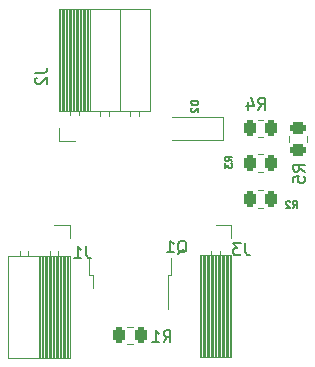
<source format=gbo>
G04 #@! TF.GenerationSoftware,KiCad,Pcbnew,(6.0.9)*
G04 #@! TF.CreationDate,2023-01-18T17:10:32+01:00*
G04 #@! TF.ProjectId,buck,6275636b-2e6b-4696-9361-645f70636258,rev?*
G04 #@! TF.SameCoordinates,Original*
G04 #@! TF.FileFunction,Legend,Bot*
G04 #@! TF.FilePolarity,Positive*
%FSLAX46Y46*%
G04 Gerber Fmt 4.6, Leading zero omitted, Abs format (unit mm)*
G04 Created by KiCad (PCBNEW (6.0.9)) date 2023-01-18 17:10:32*
%MOMM*%
%LPD*%
G01*
G04 APERTURE LIST*
G04 Aperture macros list*
%AMRoundRect*
0 Rectangle with rounded corners*
0 $1 Rounding radius*
0 $2 $3 $4 $5 $6 $7 $8 $9 X,Y pos of 4 corners*
0 Add a 4 corners polygon primitive as box body*
4,1,4,$2,$3,$4,$5,$6,$7,$8,$9,$2,$3,0*
0 Add four circle primitives for the rounded corners*
1,1,$1+$1,$2,$3*
1,1,$1+$1,$4,$5*
1,1,$1+$1,$6,$7*
1,1,$1+$1,$8,$9*
0 Add four rect primitives between the rounded corners*
20,1,$1+$1,$2,$3,$4,$5,0*
20,1,$1+$1,$4,$5,$6,$7,0*
20,1,$1+$1,$6,$7,$8,$9,0*
20,1,$1+$1,$8,$9,$2,$3,0*%
G04 Aperture macros list end*
%ADD10C,0.150000*%
%ADD11C,0.120000*%
%ADD12C,5.400000*%
%ADD13R,1.800000X1.275000*%
%ADD14O,1.800000X1.275000*%
%ADD15R,1.200000X2.200000*%
%ADD16R,5.800000X6.400000*%
%ADD17R,1.700000X1.700000*%
%ADD18O,1.700000X1.700000*%
%ADD19RoundRect,0.250000X0.262500X0.450000X-0.262500X0.450000X-0.262500X-0.450000X0.262500X-0.450000X0*%
%ADD20RoundRect,0.250000X-0.262500X-0.450000X0.262500X-0.450000X0.262500X0.450000X-0.262500X0.450000X0*%
%ADD21RoundRect,0.250000X-0.450000X0.262500X-0.450000X-0.262500X0.450000X-0.262500X0.450000X0.262500X0*%
%ADD22R,1.300000X1.700000*%
G04 APERTURE END LIST*
D10*
X140937238Y-102552619D02*
X141032476Y-102505000D01*
X141127714Y-102409761D01*
X141270571Y-102266904D01*
X141365809Y-102219285D01*
X141461047Y-102219285D01*
X141413428Y-102457380D02*
X141508666Y-102409761D01*
X141603904Y-102314523D01*
X141651523Y-102124047D01*
X141651523Y-101790714D01*
X141603904Y-101600238D01*
X141508666Y-101505000D01*
X141413428Y-101457380D01*
X141222952Y-101457380D01*
X141127714Y-101505000D01*
X141032476Y-101600238D01*
X140984857Y-101790714D01*
X140984857Y-102124047D01*
X141032476Y-102314523D01*
X141127714Y-102409761D01*
X141222952Y-102457380D01*
X141413428Y-102457380D01*
X140032476Y-102457380D02*
X140603904Y-102457380D01*
X140318190Y-102457380D02*
X140318190Y-101457380D01*
X140413428Y-101600238D01*
X140508666Y-101695476D01*
X140603904Y-101743095D01*
X133175333Y-101941380D02*
X133175333Y-102655666D01*
X133222952Y-102798523D01*
X133318190Y-102893761D01*
X133461047Y-102941380D01*
X133556285Y-102941380D01*
X132175333Y-102941380D02*
X132746761Y-102941380D01*
X132461047Y-102941380D02*
X132461047Y-101941380D01*
X132556285Y-102084238D01*
X132651523Y-102179476D01*
X132746761Y-102227095D01*
X145547938Y-94713604D02*
X145262224Y-94513604D01*
X145547938Y-94370746D02*
X144947938Y-94370746D01*
X144947938Y-94599318D01*
X144976510Y-94656461D01*
X145005081Y-94685032D01*
X145062224Y-94713604D01*
X145147938Y-94713604D01*
X145205081Y-94685032D01*
X145233652Y-94656461D01*
X145262224Y-94599318D01*
X145262224Y-94370746D01*
X144947938Y-94913604D02*
X144947938Y-95285032D01*
X145176510Y-95085032D01*
X145176510Y-95170746D01*
X145205081Y-95227889D01*
X145233652Y-95256461D01*
X145290795Y-95285032D01*
X145433652Y-95285032D01*
X145490795Y-95256461D01*
X145519367Y-95227889D01*
X145547938Y-95170746D01*
X145547938Y-94999318D01*
X145519367Y-94942175D01*
X145490795Y-94913604D01*
X147740666Y-90368380D02*
X148074000Y-89892190D01*
X148312095Y-90368380D02*
X148312095Y-89368380D01*
X147931142Y-89368380D01*
X147835904Y-89416000D01*
X147788285Y-89463619D01*
X147740666Y-89558857D01*
X147740666Y-89701714D01*
X147788285Y-89796952D01*
X147835904Y-89844571D01*
X147931142Y-89892190D01*
X148312095Y-89892190D01*
X146883523Y-89701714D02*
X146883523Y-90368380D01*
X147121619Y-89320761D02*
X147359714Y-90035047D01*
X146740666Y-90035047D01*
X151709380Y-95605417D02*
X151233190Y-95272084D01*
X151709380Y-95033988D02*
X150709380Y-95033988D01*
X150709380Y-95414941D01*
X150757000Y-95510179D01*
X150804619Y-95557798D01*
X150899857Y-95605417D01*
X151042714Y-95605417D01*
X151137952Y-95557798D01*
X151185571Y-95510179D01*
X151233190Y-95414941D01*
X151233190Y-95033988D01*
X150709380Y-96510179D02*
X150709380Y-96033988D01*
X151185571Y-95986369D01*
X151137952Y-96033988D01*
X151090333Y-96129226D01*
X151090333Y-96367322D01*
X151137952Y-96462560D01*
X151185571Y-96510179D01*
X151280809Y-96557798D01*
X151518904Y-96557798D01*
X151614142Y-96510179D01*
X151661761Y-96462560D01*
X151709380Y-96367322D01*
X151709380Y-96129226D01*
X151661761Y-96033988D01*
X151614142Y-95986369D01*
X146637333Y-101687380D02*
X146637333Y-102401666D01*
X146684952Y-102544523D01*
X146780190Y-102639761D01*
X146923047Y-102687380D01*
X147018285Y-102687380D01*
X146256380Y-101687380D02*
X145637333Y-101687380D01*
X145970666Y-102068333D01*
X145827809Y-102068333D01*
X145732571Y-102115952D01*
X145684952Y-102163571D01*
X145637333Y-102258809D01*
X145637333Y-102496904D01*
X145684952Y-102592142D01*
X145732571Y-102639761D01*
X145827809Y-102687380D01*
X146113523Y-102687380D01*
X146208761Y-102639761D01*
X146256380Y-102592142D01*
X150671829Y-98688584D02*
X150871829Y-98402870D01*
X151014686Y-98688584D02*
X151014686Y-98088584D01*
X150786114Y-98088584D01*
X150728971Y-98117156D01*
X150700400Y-98145727D01*
X150671829Y-98202870D01*
X150671829Y-98288584D01*
X150700400Y-98345727D01*
X150728971Y-98374298D01*
X150786114Y-98402870D01*
X151014686Y-98402870D01*
X150443257Y-98145727D02*
X150414686Y-98117156D01*
X150357543Y-98088584D01*
X150214686Y-98088584D01*
X150157543Y-98117156D01*
X150128971Y-98145727D01*
X150100400Y-98202870D01*
X150100400Y-98260013D01*
X150128971Y-98345727D01*
X150471829Y-98688584D01*
X150100400Y-98688584D01*
X139739666Y-110053380D02*
X140073000Y-109577190D01*
X140311095Y-110053380D02*
X140311095Y-109053380D01*
X139930142Y-109053380D01*
X139834904Y-109101000D01*
X139787285Y-109148619D01*
X139739666Y-109243857D01*
X139739666Y-109386714D01*
X139787285Y-109481952D01*
X139834904Y-109529571D01*
X139930142Y-109577190D01*
X140311095Y-109577190D01*
X138787285Y-110053380D02*
X139358714Y-110053380D01*
X139073000Y-110053380D02*
X139073000Y-109053380D01*
X139168238Y-109196238D01*
X139263476Y-109291476D01*
X139358714Y-109339095D01*
X128889380Y-87234666D02*
X129603666Y-87234666D01*
X129746523Y-87187047D01*
X129841761Y-87091809D01*
X129889380Y-86948952D01*
X129889380Y-86853714D01*
X128984619Y-87663238D02*
X128937000Y-87710857D01*
X128889380Y-87806095D01*
X128889380Y-88044190D01*
X128937000Y-88139428D01*
X128984619Y-88187047D01*
X129079857Y-88234666D01*
X129175095Y-88234666D01*
X129317952Y-88187047D01*
X129889380Y-87615619D01*
X129889380Y-88234666D01*
X142685458Y-89665969D02*
X142085458Y-89665969D01*
X142085458Y-89808827D01*
X142114030Y-89894541D01*
X142171172Y-89951684D01*
X142228315Y-89980255D01*
X142342601Y-90008827D01*
X142428315Y-90008827D01*
X142542601Y-89980255D01*
X142599744Y-89951684D01*
X142656887Y-89894541D01*
X142685458Y-89808827D01*
X142685458Y-89665969D01*
X142142601Y-90237398D02*
X142114030Y-90265969D01*
X142085458Y-90323112D01*
X142085458Y-90465969D01*
X142114030Y-90523112D01*
X142142601Y-90551684D01*
X142199744Y-90580255D01*
X142256887Y-90580255D01*
X142342601Y-90551684D01*
X142685458Y-90208827D01*
X142685458Y-90580255D01*
D11*
X133456000Y-102892000D02*
X133456000Y-104392000D01*
X133456000Y-104392000D02*
X133726000Y-104392000D01*
X140356000Y-102892000D02*
X140356000Y-104392000D01*
X140086000Y-104392000D02*
X140086000Y-107222000D01*
X133726000Y-104392000D02*
X133726000Y-105492000D01*
X140356000Y-104392000D02*
X140086000Y-104392000D01*
X128279000Y-102724000D02*
X128279000Y-102314000D01*
X130251860Y-111354000D02*
X130251860Y-102724000D01*
X131078525Y-111354000D02*
X131078525Y-102724000D01*
X129425195Y-111354000D02*
X129425195Y-102724000D01*
X129661385Y-111354000D02*
X129661385Y-102724000D01*
X126589000Y-111354000D02*
X126589000Y-102724000D01*
X129189000Y-111354000D02*
X129189000Y-102724000D01*
X130842335Y-111354000D02*
X130842335Y-102724000D01*
X131432810Y-111354000D02*
X131432810Y-102724000D01*
X130960430Y-111354000D02*
X130960430Y-102724000D01*
X130099000Y-102724000D02*
X130099000Y-102374000D01*
X131789000Y-100154000D02*
X130459000Y-100154000D01*
X127559000Y-102724000D02*
X127559000Y-102314000D01*
X131196620Y-111354000D02*
X131196620Y-102724000D01*
X129543290Y-111354000D02*
X129543290Y-102724000D01*
X130819000Y-102724000D02*
X130819000Y-102374000D01*
X131789000Y-101264000D02*
X131789000Y-100154000D01*
X131669000Y-111354000D02*
X131669000Y-102724000D01*
X131789000Y-111354000D02*
X131789000Y-102724000D01*
X130015670Y-111354000D02*
X130015670Y-102724000D01*
X130133765Y-111354000D02*
X130133765Y-102724000D01*
X131314715Y-111354000D02*
X131314715Y-102724000D01*
X131550905Y-111354000D02*
X131550905Y-102724000D01*
X130724240Y-111354000D02*
X130724240Y-102724000D01*
X130488050Y-111354000D02*
X130488050Y-102724000D01*
X129779480Y-111354000D02*
X129779480Y-102724000D01*
X130606145Y-111354000D02*
X130606145Y-102724000D01*
X131789000Y-111354000D02*
X126589000Y-111354000D01*
X131789000Y-102724000D02*
X126589000Y-102724000D01*
X129897575Y-111354000D02*
X129897575Y-102724000D01*
X129307100Y-111354000D02*
X129307100Y-102724000D01*
X130369955Y-111354000D02*
X130369955Y-102724000D01*
X148182064Y-95604000D02*
X147727936Y-95604000D01*
X148182064Y-94134000D02*
X147727936Y-94134000D01*
X147727936Y-92683000D02*
X148182064Y-92683000D01*
X147727936Y-91213000D02*
X148182064Y-91213000D01*
X151865000Y-92624020D02*
X151865000Y-93078148D01*
X150395000Y-92624020D02*
X150395000Y-93078148D01*
X144431360Y-111309000D02*
X144431360Y-102679000D01*
X145355000Y-111309000D02*
X145355000Y-102679000D01*
X143738630Y-111309000D02*
X143738630Y-102679000D01*
X144546815Y-111309000D02*
X144546815Y-102679000D01*
X142930445Y-111309000D02*
X142930445Y-102679000D01*
X143392265Y-111309000D02*
X143392265Y-102679000D01*
X143785000Y-102679000D02*
X143785000Y-102329000D01*
X142815000Y-111309000D02*
X142815000Y-102679000D01*
X145475000Y-111309000D02*
X145475000Y-102679000D01*
X144084995Y-111309000D02*
X144084995Y-102679000D01*
X144505000Y-102679000D02*
X144505000Y-102329000D01*
X144662270Y-111309000D02*
X144662270Y-102679000D01*
X144777725Y-111309000D02*
X144777725Y-102679000D01*
X143623175Y-111309000D02*
X143623175Y-102679000D01*
X143854085Y-111309000D02*
X143854085Y-102679000D01*
X144893180Y-111309000D02*
X144893180Y-102679000D01*
X145475000Y-100109000D02*
X144145000Y-100109000D01*
X143507720Y-111309000D02*
X143507720Y-102679000D01*
X145475000Y-111309000D02*
X142815000Y-111309000D01*
X143045900Y-111309000D02*
X143045900Y-102679000D01*
X144315905Y-111309000D02*
X144315905Y-102679000D01*
X145008635Y-111309000D02*
X145008635Y-102679000D01*
X145239545Y-111309000D02*
X145239545Y-102679000D01*
X143276810Y-111309000D02*
X143276810Y-102679000D01*
X143161355Y-111309000D02*
X143161355Y-102679000D01*
X143969540Y-111309000D02*
X143969540Y-102679000D01*
X145124090Y-111309000D02*
X145124090Y-102679000D01*
X145475000Y-102679000D02*
X142815000Y-102679000D01*
X145475000Y-101219000D02*
X145475000Y-100109000D01*
X144200450Y-111309000D02*
X144200450Y-102679000D01*
X147727936Y-98652000D02*
X148182064Y-98652000D01*
X147727936Y-97182000D02*
X148182064Y-97182000D01*
X137133064Y-110209000D02*
X136678936Y-110209000D01*
X137133064Y-108739000D02*
X136678936Y-108739000D01*
X131847000Y-90488000D02*
X131847000Y-90838000D01*
X133004615Y-81858000D02*
X133004615Y-90488000D01*
X132414140Y-81858000D02*
X132414140Y-90488000D01*
X130877000Y-81858000D02*
X130877000Y-90488000D01*
X137647000Y-90488000D02*
X137647000Y-90898000D01*
X132059855Y-81858000D02*
X132059855Y-90488000D01*
X132532235Y-81858000D02*
X132532235Y-90488000D01*
X132768425Y-81858000D02*
X132768425Y-90488000D01*
X132296045Y-81858000D02*
X132296045Y-90488000D01*
X131233190Y-81858000D02*
X131233190Y-90488000D01*
X133358900Y-81858000D02*
X133358900Y-90488000D01*
X132177950Y-81858000D02*
X132177950Y-90488000D01*
X132650330Y-81858000D02*
X132650330Y-90488000D01*
X131823665Y-81858000D02*
X131823665Y-90488000D01*
X130877000Y-91948000D02*
X130877000Y-93058000D01*
X136017000Y-81858000D02*
X136017000Y-90488000D01*
X133477000Y-81858000D02*
X133477000Y-90488000D01*
X132886520Y-81858000D02*
X132886520Y-90488000D01*
X131941760Y-81858000D02*
X131941760Y-90488000D01*
X130877000Y-93058000D02*
X132207000Y-93058000D01*
X131587475Y-81858000D02*
X131587475Y-90488000D01*
X131469380Y-81858000D02*
X131469380Y-90488000D01*
X133240805Y-81858000D02*
X133240805Y-90488000D01*
X134387000Y-90488000D02*
X134387000Y-90898000D01*
X131115095Y-81858000D02*
X131115095Y-90488000D01*
X135107000Y-90488000D02*
X135107000Y-90898000D01*
X131705570Y-81858000D02*
X131705570Y-90488000D01*
X138617000Y-81858000D02*
X138617000Y-90488000D01*
X136927000Y-90488000D02*
X136927000Y-90898000D01*
X132567000Y-90488000D02*
X132567000Y-90838000D01*
X131351285Y-81858000D02*
X131351285Y-90488000D01*
X130997000Y-81858000D02*
X130997000Y-90488000D01*
X130877000Y-90488000D02*
X138617000Y-90488000D01*
X133122710Y-81858000D02*
X133122710Y-90488000D01*
X130877000Y-81858000D02*
X138617000Y-81858000D01*
X144790000Y-90948000D02*
X144790000Y-92948000D01*
X140490000Y-90948000D02*
X144790000Y-90948000D01*
X144790000Y-92948000D02*
X140490000Y-92948000D01*
%LPC*%
D12*
X113538000Y-85979000D03*
X149225000Y-105029000D03*
D13*
X120245000Y-104900000D03*
D14*
X120245000Y-103200000D03*
X120245000Y-101500000D03*
X120245000Y-99800000D03*
X120245000Y-98100000D03*
D15*
X139186000Y-106122000D03*
D16*
X136906000Y-99822000D03*
D15*
X134626000Y-106122000D03*
D17*
X130459000Y-101264000D03*
D18*
X127919000Y-101264000D03*
D19*
X148867500Y-94869000D03*
X147042500Y-94869000D03*
D20*
X147042500Y-91948000D03*
X148867500Y-91948000D03*
D21*
X151130000Y-91938584D03*
X151130000Y-93763584D03*
D17*
X144145000Y-101219000D03*
D20*
X147042500Y-97917000D03*
X148867500Y-97917000D03*
D19*
X137818500Y-109474000D03*
X135993500Y-109474000D03*
D17*
X132207000Y-91948000D03*
D18*
X134747000Y-91948000D03*
X137287000Y-91948000D03*
D22*
X143990000Y-91948000D03*
X140490000Y-91948000D03*
M02*

</source>
